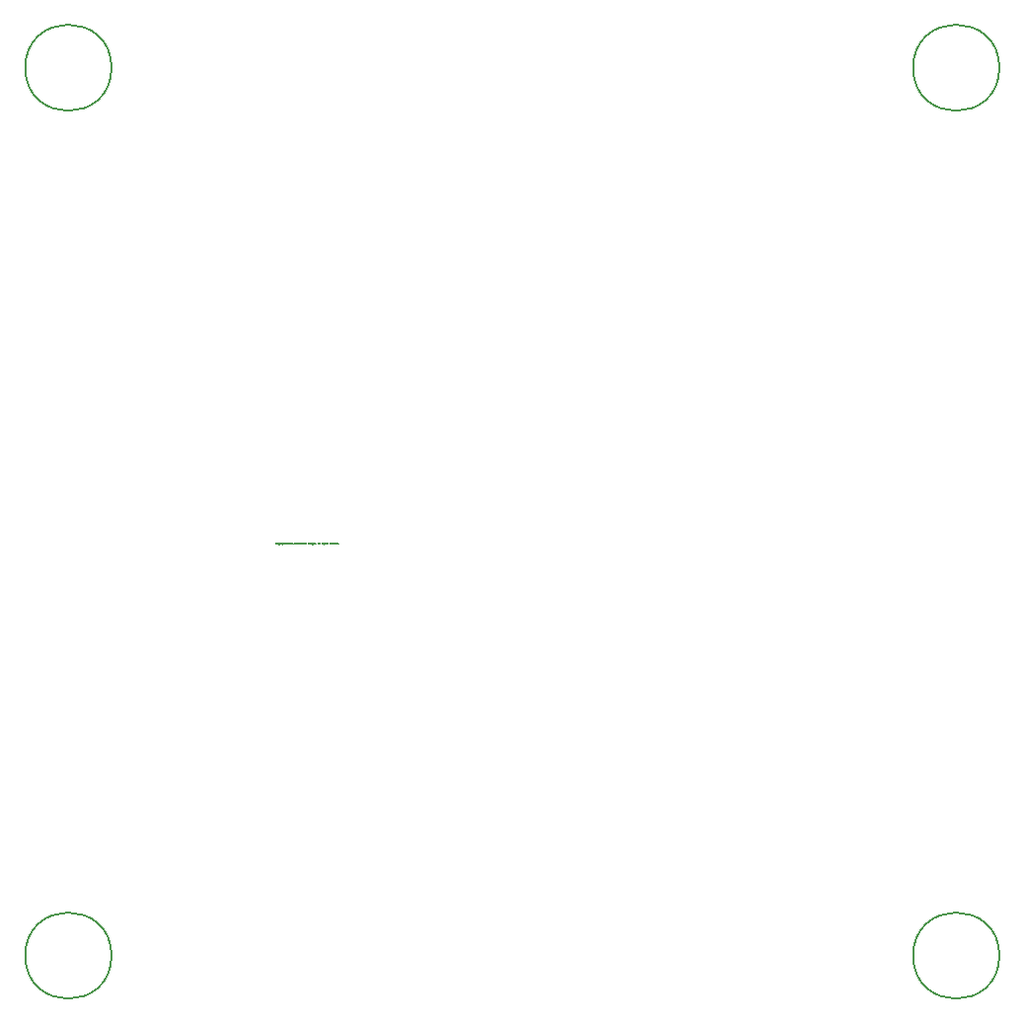
<source format=gbr>
%TF.GenerationSoftware,KiCad,Pcbnew,(6.0.7)*%
%TF.CreationDate,2022-08-24T09:57:57-04:00*%
%TF.ProjectId,Multi_Expansion,4d756c74-695f-4457-9870-616e73696f6e,v3*%
%TF.SameCoordinates,Original*%
%TF.FileFunction,Other,Comment*%
%FSLAX46Y46*%
G04 Gerber Fmt 4.6, Leading zero omitted, Abs format (unit mm)*
G04 Created by KiCad (PCBNEW (6.0.7)) date 2022-08-24 09:57:57*
%MOMM*%
%LPD*%
G01*
G04 APERTURE LIST*
%ADD10C,0.002000*%
%ADD11C,0.150000*%
G04 APERTURE END LIST*
D10*
%TO.C,U3*%
X-110577901Y23990310D02*
X-110583948Y23984263D01*
X-110602091Y23978215D01*
X-110614187Y23978215D01*
X-110632329Y23984263D01*
X-110644425Y23996358D01*
X-110650472Y24008453D01*
X-110656520Y24032644D01*
X-110656520Y24050787D01*
X-110650472Y24074977D01*
X-110644425Y24087072D01*
X-110632329Y24099167D01*
X-110614187Y24105215D01*
X-110602091Y24105215D01*
X-110583948Y24099167D01*
X-110577901Y24093120D01*
X-110505329Y23978215D02*
X-110517425Y23984263D01*
X-110523472Y23990310D01*
X-110529520Y24002406D01*
X-110529520Y24038691D01*
X-110523472Y24050787D01*
X-110517425Y24056834D01*
X-110505329Y24062882D01*
X-110487187Y24062882D01*
X-110475091Y24056834D01*
X-110469044Y24050787D01*
X-110462996Y24038691D01*
X-110462996Y24002406D01*
X-110469044Y23990310D01*
X-110475091Y23984263D01*
X-110487187Y23978215D01*
X-110505329Y23978215D01*
X-110408567Y24062882D02*
X-110408567Y23935882D01*
X-110408567Y24056834D02*
X-110396472Y24062882D01*
X-110372282Y24062882D01*
X-110360187Y24056834D01*
X-110354139Y24050787D01*
X-110348091Y24038691D01*
X-110348091Y24002406D01*
X-110354139Y23990310D01*
X-110360187Y23984263D01*
X-110372282Y23978215D01*
X-110396472Y23978215D01*
X-110408567Y23984263D01*
X-110305758Y24062882D02*
X-110275520Y23978215D01*
X-110245282Y24062882D02*
X-110275520Y23978215D01*
X-110287615Y23947977D01*
X-110293663Y23941929D01*
X-110305758Y23935882D01*
X-110196901Y23978215D02*
X-110196901Y24062882D01*
X-110196901Y24038691D02*
X-110190853Y24050787D01*
X-110184806Y24056834D01*
X-110172710Y24062882D01*
X-110160615Y24062882D01*
X-110118282Y23978215D02*
X-110118282Y24062882D01*
X-110118282Y24105215D02*
X-110124329Y24099167D01*
X-110118282Y24093120D01*
X-110112234Y24099167D01*
X-110118282Y24105215D01*
X-110118282Y24093120D01*
X-110003377Y24062882D02*
X-110003377Y23960072D01*
X-110009425Y23947977D01*
X-110015472Y23941929D01*
X-110027567Y23935882D01*
X-110045710Y23935882D01*
X-110057806Y23941929D01*
X-110003377Y23984263D02*
X-110015472Y23978215D01*
X-110039663Y23978215D01*
X-110051758Y23984263D01*
X-110057806Y23990310D01*
X-110063853Y24002406D01*
X-110063853Y24038691D01*
X-110057806Y24050787D01*
X-110051758Y24056834D01*
X-110039663Y24062882D01*
X-110015472Y24062882D01*
X-110003377Y24056834D01*
X-109942901Y23978215D02*
X-109942901Y24105215D01*
X-109888472Y23978215D02*
X-109888472Y24044739D01*
X-109894520Y24056834D01*
X-109906615Y24062882D01*
X-109924758Y24062882D01*
X-109936853Y24056834D01*
X-109942901Y24050787D01*
X-109846139Y24062882D02*
X-109797758Y24062882D01*
X-109827996Y24105215D02*
X-109827996Y23996358D01*
X-109821948Y23984263D01*
X-109809853Y23978215D01*
X-109797758Y23978215D01*
X-109664710Y24093120D02*
X-109658663Y24099167D01*
X-109646567Y24105215D01*
X-109616329Y24105215D01*
X-109604234Y24099167D01*
X-109598187Y24093120D01*
X-109592139Y24081025D01*
X-109592139Y24068929D01*
X-109598187Y24050787D01*
X-109670758Y23978215D01*
X-109592139Y23978215D01*
X-109513520Y24105215D02*
X-109501425Y24105215D01*
X-109489329Y24099167D01*
X-109483282Y24093120D01*
X-109477234Y24081025D01*
X-109471187Y24056834D01*
X-109471187Y24026596D01*
X-109477234Y24002406D01*
X-109483282Y23990310D01*
X-109489329Y23984263D01*
X-109501425Y23978215D01*
X-109513520Y23978215D01*
X-109525615Y23984263D01*
X-109531663Y23990310D01*
X-109537710Y24002406D01*
X-109543758Y24026596D01*
X-109543758Y24056834D01*
X-109537710Y24081025D01*
X-109531663Y24093120D01*
X-109525615Y24099167D01*
X-109513520Y24105215D01*
X-109350234Y23978215D02*
X-109422806Y23978215D01*
X-109386520Y23978215D02*
X-109386520Y24105215D01*
X-109398615Y24087072D01*
X-109410710Y24074977D01*
X-109422806Y24068929D01*
X-109241377Y24105215D02*
X-109265567Y24105215D01*
X-109277663Y24099167D01*
X-109283710Y24093120D01*
X-109295806Y24074977D01*
X-109301853Y24050787D01*
X-109301853Y24002406D01*
X-109295806Y23990310D01*
X-109289758Y23984263D01*
X-109277663Y23978215D01*
X-109253472Y23978215D01*
X-109241377Y23984263D01*
X-109235329Y23990310D01*
X-109229282Y24002406D01*
X-109229282Y24032644D01*
X-109235329Y24044739D01*
X-109241377Y24050787D01*
X-109253472Y24056834D01*
X-109277663Y24056834D01*
X-109289758Y24050787D01*
X-109295806Y24044739D01*
X-109301853Y24032644D01*
X-109084139Y24014501D02*
X-109023663Y24014501D01*
X-109096234Y23978215D02*
X-109053901Y24105215D01*
X-109011567Y23978215D01*
X-108914806Y23984263D02*
X-108926901Y23978215D01*
X-108951091Y23978215D01*
X-108963187Y23984263D01*
X-108969234Y23990310D01*
X-108975282Y24002406D01*
X-108975282Y24038691D01*
X-108969234Y24050787D01*
X-108963187Y24056834D01*
X-108951091Y24062882D01*
X-108926901Y24062882D01*
X-108914806Y24056834D01*
X-108805948Y23984263D02*
X-108818044Y23978215D01*
X-108842234Y23978215D01*
X-108854329Y23984263D01*
X-108860377Y23990310D01*
X-108866425Y24002406D01*
X-108866425Y24038691D01*
X-108860377Y24050787D01*
X-108854329Y24056834D01*
X-108842234Y24062882D01*
X-108818044Y24062882D01*
X-108805948Y24056834D01*
X-108703139Y23984263D02*
X-108715234Y23978215D01*
X-108739425Y23978215D01*
X-108751520Y23984263D01*
X-108757567Y23996358D01*
X-108757567Y24044739D01*
X-108751520Y24056834D01*
X-108739425Y24062882D01*
X-108715234Y24062882D01*
X-108703139Y24056834D01*
X-108697091Y24044739D01*
X-108697091Y24032644D01*
X-108757567Y24020548D01*
X-108624520Y23978215D02*
X-108636615Y23984263D01*
X-108642663Y23996358D01*
X-108642663Y24105215D01*
X-108527758Y23984263D02*
X-108539853Y23978215D01*
X-108564044Y23978215D01*
X-108576139Y23984263D01*
X-108582187Y23996358D01*
X-108582187Y24044739D01*
X-108576139Y24056834D01*
X-108564044Y24062882D01*
X-108539853Y24062882D01*
X-108527758Y24056834D01*
X-108521710Y24044739D01*
X-108521710Y24032644D01*
X-108582187Y24020548D01*
X-108467282Y23978215D02*
X-108467282Y24062882D01*
X-108467282Y24038691D02*
X-108461234Y24050787D01*
X-108455187Y24056834D01*
X-108443091Y24062882D01*
X-108430996Y24062882D01*
X-108334234Y23978215D02*
X-108334234Y24044739D01*
X-108340282Y24056834D01*
X-108352377Y24062882D01*
X-108376567Y24062882D01*
X-108388663Y24056834D01*
X-108334234Y23984263D02*
X-108346329Y23978215D01*
X-108376567Y23978215D01*
X-108388663Y23984263D01*
X-108394710Y23996358D01*
X-108394710Y24008453D01*
X-108388663Y24020548D01*
X-108376567Y24026596D01*
X-108346329Y24026596D01*
X-108334234Y24032644D01*
X-108291901Y24062882D02*
X-108243520Y24062882D01*
X-108273758Y24105215D02*
X-108273758Y23996358D01*
X-108267710Y23984263D01*
X-108255615Y23978215D01*
X-108243520Y23978215D01*
X-108152806Y23984263D02*
X-108164901Y23978215D01*
X-108189091Y23978215D01*
X-108201187Y23984263D01*
X-108207234Y23996358D01*
X-108207234Y24044739D01*
X-108201187Y24056834D01*
X-108189091Y24062882D01*
X-108164901Y24062882D01*
X-108152806Y24056834D01*
X-108146758Y24044739D01*
X-108146758Y24032644D01*
X-108207234Y24020548D01*
X-108037901Y23978215D02*
X-108037901Y24105215D01*
X-108037901Y23984263D02*
X-108049996Y23978215D01*
X-108074187Y23978215D01*
X-108086282Y23984263D01*
X-108092329Y23990310D01*
X-108098377Y24002406D01*
X-108098377Y24038691D01*
X-108092329Y24050787D01*
X-108086282Y24056834D01*
X-108074187Y24062882D01*
X-108049996Y24062882D01*
X-108037901Y24056834D01*
X-107880663Y23978215D02*
X-107880663Y24105215D01*
X-107850425Y24105215D01*
X-107832282Y24099167D01*
X-107820187Y24087072D01*
X-107814139Y24074977D01*
X-107808091Y24050787D01*
X-107808091Y24032644D01*
X-107814139Y24008453D01*
X-107820187Y23996358D01*
X-107832282Y23984263D01*
X-107850425Y23978215D01*
X-107880663Y23978215D01*
X-107705282Y23984263D02*
X-107717377Y23978215D01*
X-107741567Y23978215D01*
X-107753663Y23984263D01*
X-107759710Y23996358D01*
X-107759710Y24044739D01*
X-107753663Y24056834D01*
X-107741567Y24062882D01*
X-107717377Y24062882D01*
X-107705282Y24056834D01*
X-107699234Y24044739D01*
X-107699234Y24032644D01*
X-107759710Y24020548D01*
X-107650853Y23984263D02*
X-107638758Y23978215D01*
X-107614567Y23978215D01*
X-107602472Y23984263D01*
X-107596425Y23996358D01*
X-107596425Y24002406D01*
X-107602472Y24014501D01*
X-107614567Y24020548D01*
X-107632710Y24020548D01*
X-107644806Y24026596D01*
X-107650853Y24038691D01*
X-107650853Y24044739D01*
X-107644806Y24056834D01*
X-107632710Y24062882D01*
X-107614567Y24062882D01*
X-107602472Y24056834D01*
X-107541996Y23978215D02*
X-107541996Y24062882D01*
X-107541996Y24105215D02*
X-107548044Y24099167D01*
X-107541996Y24093120D01*
X-107535948Y24099167D01*
X-107541996Y24105215D01*
X-107541996Y24093120D01*
X-107427091Y24062882D02*
X-107427091Y23960072D01*
X-107433139Y23947977D01*
X-107439187Y23941929D01*
X-107451282Y23935882D01*
X-107469425Y23935882D01*
X-107481520Y23941929D01*
X-107427091Y23984263D02*
X-107439187Y23978215D01*
X-107463377Y23978215D01*
X-107475472Y23984263D01*
X-107481520Y23990310D01*
X-107487567Y24002406D01*
X-107487567Y24038691D01*
X-107481520Y24050787D01*
X-107475472Y24056834D01*
X-107463377Y24062882D01*
X-107439187Y24062882D01*
X-107427091Y24056834D01*
X-107366615Y24062882D02*
X-107366615Y23978215D01*
X-107366615Y24050787D02*
X-107360567Y24056834D01*
X-107348472Y24062882D01*
X-107330329Y24062882D01*
X-107318234Y24056834D01*
X-107312187Y24044739D01*
X-107312187Y23978215D01*
X-107257758Y23984263D02*
X-107245663Y23978215D01*
X-107221472Y23978215D01*
X-107209377Y23984263D01*
X-107203329Y23996358D01*
X-107203329Y24002406D01*
X-107209377Y24014501D01*
X-107221472Y24020548D01*
X-107239615Y24020548D01*
X-107251710Y24026596D01*
X-107257758Y24038691D01*
X-107257758Y24044739D01*
X-107251710Y24056834D01*
X-107239615Y24062882D01*
X-107221472Y24062882D01*
X-107209377Y24056834D01*
X-107148901Y23990310D02*
X-107142853Y23984263D01*
X-107148901Y23978215D01*
X-107154948Y23984263D01*
X-107148901Y23990310D01*
X-107148901Y23978215D01*
X-106997710Y24014501D02*
X-106937234Y24014501D01*
X-107009806Y23978215D02*
X-106967472Y24105215D01*
X-106925139Y23978215D01*
X-106864663Y23978215D02*
X-106876758Y23984263D01*
X-106882806Y23996358D01*
X-106882806Y24105215D01*
X-106798139Y23978215D02*
X-106810234Y23984263D01*
X-106816282Y23996358D01*
X-106816282Y24105215D01*
X-106652996Y23978215D02*
X-106652996Y24062882D01*
X-106652996Y24038691D02*
X-106646948Y24050787D01*
X-106640901Y24056834D01*
X-106628806Y24062882D01*
X-106616710Y24062882D01*
X-106574377Y23978215D02*
X-106574377Y24062882D01*
X-106574377Y24105215D02*
X-106580425Y24099167D01*
X-106574377Y24093120D01*
X-106568329Y24099167D01*
X-106574377Y24105215D01*
X-106574377Y24093120D01*
X-106459472Y24062882D02*
X-106459472Y23960072D01*
X-106465520Y23947977D01*
X-106471567Y23941929D01*
X-106483663Y23935882D01*
X-106501806Y23935882D01*
X-106513901Y23941929D01*
X-106459472Y23984263D02*
X-106471567Y23978215D01*
X-106495758Y23978215D01*
X-106507853Y23984263D01*
X-106513901Y23990310D01*
X-106519948Y24002406D01*
X-106519948Y24038691D01*
X-106513901Y24050787D01*
X-106507853Y24056834D01*
X-106495758Y24062882D01*
X-106471567Y24062882D01*
X-106459472Y24056834D01*
X-106398996Y23978215D02*
X-106398996Y24105215D01*
X-106344567Y23978215D02*
X-106344567Y24044739D01*
X-106350615Y24056834D01*
X-106362710Y24062882D01*
X-106380853Y24062882D01*
X-106392948Y24056834D01*
X-106398996Y24050787D01*
X-106302234Y24062882D02*
X-106253853Y24062882D01*
X-106284091Y24105215D02*
X-106284091Y23996358D01*
X-106278044Y23984263D01*
X-106265948Y23978215D01*
X-106253853Y23978215D01*
X-106217567Y23984263D02*
X-106205472Y23978215D01*
X-106181282Y23978215D01*
X-106169187Y23984263D01*
X-106163139Y23996358D01*
X-106163139Y24002406D01*
X-106169187Y24014501D01*
X-106181282Y24020548D01*
X-106199425Y24020548D01*
X-106211520Y24026596D01*
X-106217567Y24038691D01*
X-106217567Y24044739D01*
X-106211520Y24056834D01*
X-106199425Y24062882D01*
X-106181282Y24062882D01*
X-106169187Y24056834D01*
X-106011948Y23978215D02*
X-106011948Y24062882D01*
X-106011948Y24038691D02*
X-106005901Y24050787D01*
X-105999853Y24056834D01*
X-105987758Y24062882D01*
X-105975663Y24062882D01*
X-105884948Y23984263D02*
X-105897044Y23978215D01*
X-105921234Y23978215D01*
X-105933329Y23984263D01*
X-105939377Y23996358D01*
X-105939377Y24044739D01*
X-105933329Y24056834D01*
X-105921234Y24062882D01*
X-105897044Y24062882D01*
X-105884948Y24056834D01*
X-105878901Y24044739D01*
X-105878901Y24032644D01*
X-105939377Y24020548D01*
X-105830520Y23984263D02*
X-105818425Y23978215D01*
X-105794234Y23978215D01*
X-105782139Y23984263D01*
X-105776091Y23996358D01*
X-105776091Y24002406D01*
X-105782139Y24014501D01*
X-105794234Y24020548D01*
X-105812377Y24020548D01*
X-105824472Y24026596D01*
X-105830520Y24038691D01*
X-105830520Y24044739D01*
X-105824472Y24056834D01*
X-105812377Y24062882D01*
X-105794234Y24062882D01*
X-105782139Y24056834D01*
X-105673282Y23984263D02*
X-105685377Y23978215D01*
X-105709567Y23978215D01*
X-105721663Y23984263D01*
X-105727710Y23996358D01*
X-105727710Y24044739D01*
X-105721663Y24056834D01*
X-105709567Y24062882D01*
X-105685377Y24062882D01*
X-105673282Y24056834D01*
X-105667234Y24044739D01*
X-105667234Y24032644D01*
X-105727710Y24020548D01*
X-105612806Y23978215D02*
X-105612806Y24062882D01*
X-105612806Y24038691D02*
X-105606758Y24050787D01*
X-105600710Y24056834D01*
X-105588615Y24062882D01*
X-105576520Y24062882D01*
X-105546282Y24062882D02*
X-105516044Y23978215D01*
X-105485806Y24062882D01*
X-105389044Y23984263D02*
X-105401139Y23978215D01*
X-105425329Y23978215D01*
X-105437425Y23984263D01*
X-105443472Y23996358D01*
X-105443472Y24044739D01*
X-105437425Y24056834D01*
X-105425329Y24062882D01*
X-105401139Y24062882D01*
X-105389044Y24056834D01*
X-105382996Y24044739D01*
X-105382996Y24032644D01*
X-105443472Y24020548D01*
X-105274139Y23978215D02*
X-105274139Y24105215D01*
X-105274139Y23984263D02*
X-105286234Y23978215D01*
X-105310425Y23978215D01*
X-105322520Y23984263D01*
X-105328567Y23990310D01*
X-105334615Y24002406D01*
X-105334615Y24038691D01*
X-105328567Y24050787D01*
X-105322520Y24056834D01*
X-105310425Y24062882D01*
X-105286234Y24062882D01*
X-105274139Y24056834D01*
X-105213663Y23990310D02*
X-105207615Y23984263D01*
X-105213663Y23978215D01*
X-105219710Y23984263D01*
X-105213663Y23990310D01*
X-105213663Y23978215D01*
D11*
%TO.C,REF\u002A\u002A*%
X-124686200Y-11366300D02*
G75*
G03*
X-124686200Y-11366300I-3700000J0D01*
G01*
X-48486200Y64833700D02*
G75*
G03*
X-48486200Y64833700I-3700000J0D01*
G01*
X-48486200Y-11366300D02*
G75*
G03*
X-48486200Y-11366300I-3700000J0D01*
G01*
X-124686200Y64833700D02*
G75*
G03*
X-124686200Y64833700I-3700000J0D01*
G01*
%TD*%
M02*

</source>
